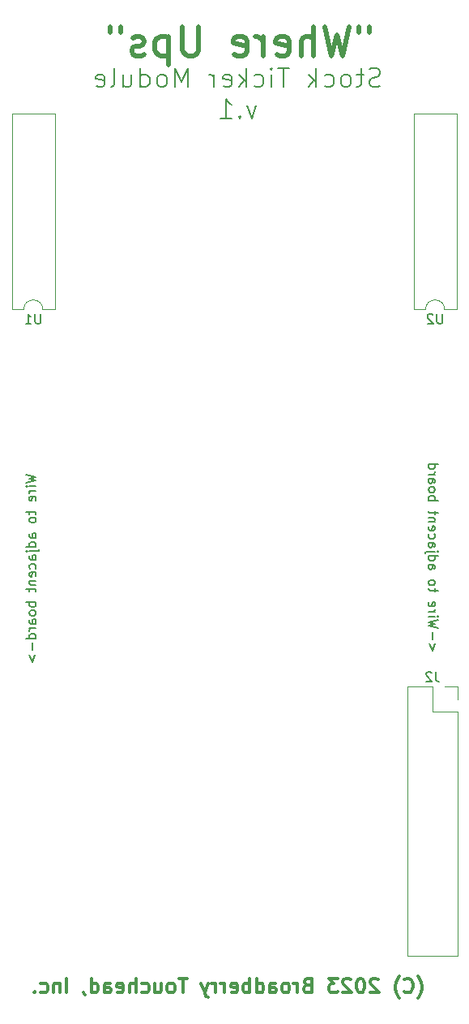
<source format=gbr>
%TF.GenerationSoftware,KiCad,Pcbnew,7.0.1*%
%TF.CreationDate,2023-03-17T17:08:37-04:00*%
%TF.ProjectId,ticker,7469636b-6572-42e6-9b69-6361645f7063,rev?*%
%TF.SameCoordinates,Original*%
%TF.FileFunction,Legend,Bot*%
%TF.FilePolarity,Positive*%
%FSLAX46Y46*%
G04 Gerber Fmt 4.6, Leading zero omitted, Abs format (unit mm)*
G04 Created by KiCad (PCBNEW 7.0.1) date 2023-03-17 17:08:37*
%MOMM*%
%LPD*%
G01*
G04 APERTURE LIST*
%ADD10C,0.150000*%
%ADD11C,0.200000*%
%ADD12C,0.300000*%
%ADD13C,0.500000*%
%ADD14C,0.120000*%
G04 APERTURE END LIST*
D10*
X128077619Y-96542857D02*
X129077619Y-96780952D01*
X129077619Y-96780952D02*
X128363333Y-96971428D01*
X128363333Y-96971428D02*
X129077619Y-97161904D01*
X129077619Y-97161904D02*
X128077619Y-97400000D01*
X129077619Y-97780952D02*
X128410952Y-97780952D01*
X128077619Y-97780952D02*
X128125238Y-97733333D01*
X128125238Y-97733333D02*
X128172857Y-97780952D01*
X128172857Y-97780952D02*
X128125238Y-97828571D01*
X128125238Y-97828571D02*
X128077619Y-97780952D01*
X128077619Y-97780952D02*
X128172857Y-97780952D01*
X129077619Y-98257142D02*
X128410952Y-98257142D01*
X128601428Y-98257142D02*
X128506190Y-98304761D01*
X128506190Y-98304761D02*
X128458571Y-98352380D01*
X128458571Y-98352380D02*
X128410952Y-98447618D01*
X128410952Y-98447618D02*
X128410952Y-98542856D01*
X129030000Y-99257142D02*
X129077619Y-99161904D01*
X129077619Y-99161904D02*
X129077619Y-98971428D01*
X129077619Y-98971428D02*
X129030000Y-98876190D01*
X129030000Y-98876190D02*
X128934761Y-98828571D01*
X128934761Y-98828571D02*
X128553809Y-98828571D01*
X128553809Y-98828571D02*
X128458571Y-98876190D01*
X128458571Y-98876190D02*
X128410952Y-98971428D01*
X128410952Y-98971428D02*
X128410952Y-99161904D01*
X128410952Y-99161904D02*
X128458571Y-99257142D01*
X128458571Y-99257142D02*
X128553809Y-99304761D01*
X128553809Y-99304761D02*
X128649047Y-99304761D01*
X128649047Y-99304761D02*
X128744285Y-98828571D01*
X128410952Y-100352381D02*
X128410952Y-100733333D01*
X128077619Y-100495238D02*
X128934761Y-100495238D01*
X128934761Y-100495238D02*
X129030000Y-100542857D01*
X129030000Y-100542857D02*
X129077619Y-100638095D01*
X129077619Y-100638095D02*
X129077619Y-100733333D01*
X129077619Y-101209524D02*
X129030000Y-101114286D01*
X129030000Y-101114286D02*
X128982380Y-101066667D01*
X128982380Y-101066667D02*
X128887142Y-101019048D01*
X128887142Y-101019048D02*
X128601428Y-101019048D01*
X128601428Y-101019048D02*
X128506190Y-101066667D01*
X128506190Y-101066667D02*
X128458571Y-101114286D01*
X128458571Y-101114286D02*
X128410952Y-101209524D01*
X128410952Y-101209524D02*
X128410952Y-101352381D01*
X128410952Y-101352381D02*
X128458571Y-101447619D01*
X128458571Y-101447619D02*
X128506190Y-101495238D01*
X128506190Y-101495238D02*
X128601428Y-101542857D01*
X128601428Y-101542857D02*
X128887142Y-101542857D01*
X128887142Y-101542857D02*
X128982380Y-101495238D01*
X128982380Y-101495238D02*
X129030000Y-101447619D01*
X129030000Y-101447619D02*
X129077619Y-101352381D01*
X129077619Y-101352381D02*
X129077619Y-101209524D01*
X129077619Y-103161905D02*
X128553809Y-103161905D01*
X128553809Y-103161905D02*
X128458571Y-103114286D01*
X128458571Y-103114286D02*
X128410952Y-103019048D01*
X128410952Y-103019048D02*
X128410952Y-102828572D01*
X128410952Y-102828572D02*
X128458571Y-102733334D01*
X129030000Y-103161905D02*
X129077619Y-103066667D01*
X129077619Y-103066667D02*
X129077619Y-102828572D01*
X129077619Y-102828572D02*
X129030000Y-102733334D01*
X129030000Y-102733334D02*
X128934761Y-102685715D01*
X128934761Y-102685715D02*
X128839523Y-102685715D01*
X128839523Y-102685715D02*
X128744285Y-102733334D01*
X128744285Y-102733334D02*
X128696666Y-102828572D01*
X128696666Y-102828572D02*
X128696666Y-103066667D01*
X128696666Y-103066667D02*
X128649047Y-103161905D01*
X129077619Y-104066667D02*
X128077619Y-104066667D01*
X129030000Y-104066667D02*
X129077619Y-103971429D01*
X129077619Y-103971429D02*
X129077619Y-103780953D01*
X129077619Y-103780953D02*
X129030000Y-103685715D01*
X129030000Y-103685715D02*
X128982380Y-103638096D01*
X128982380Y-103638096D02*
X128887142Y-103590477D01*
X128887142Y-103590477D02*
X128601428Y-103590477D01*
X128601428Y-103590477D02*
X128506190Y-103638096D01*
X128506190Y-103638096D02*
X128458571Y-103685715D01*
X128458571Y-103685715D02*
X128410952Y-103780953D01*
X128410952Y-103780953D02*
X128410952Y-103971429D01*
X128410952Y-103971429D02*
X128458571Y-104066667D01*
X128410952Y-104542858D02*
X129268095Y-104542858D01*
X129268095Y-104542858D02*
X129363333Y-104495239D01*
X129363333Y-104495239D02*
X129410952Y-104400001D01*
X129410952Y-104400001D02*
X129410952Y-104352382D01*
X128077619Y-104542858D02*
X128125238Y-104495239D01*
X128125238Y-104495239D02*
X128172857Y-104542858D01*
X128172857Y-104542858D02*
X128125238Y-104590477D01*
X128125238Y-104590477D02*
X128077619Y-104542858D01*
X128077619Y-104542858D02*
X128172857Y-104542858D01*
X129077619Y-105447619D02*
X128553809Y-105447619D01*
X128553809Y-105447619D02*
X128458571Y-105400000D01*
X128458571Y-105400000D02*
X128410952Y-105304762D01*
X128410952Y-105304762D02*
X128410952Y-105114286D01*
X128410952Y-105114286D02*
X128458571Y-105019048D01*
X129030000Y-105447619D02*
X129077619Y-105352381D01*
X129077619Y-105352381D02*
X129077619Y-105114286D01*
X129077619Y-105114286D02*
X129030000Y-105019048D01*
X129030000Y-105019048D02*
X128934761Y-104971429D01*
X128934761Y-104971429D02*
X128839523Y-104971429D01*
X128839523Y-104971429D02*
X128744285Y-105019048D01*
X128744285Y-105019048D02*
X128696666Y-105114286D01*
X128696666Y-105114286D02*
X128696666Y-105352381D01*
X128696666Y-105352381D02*
X128649047Y-105447619D01*
X129030000Y-106352381D02*
X129077619Y-106257143D01*
X129077619Y-106257143D02*
X129077619Y-106066667D01*
X129077619Y-106066667D02*
X129030000Y-105971429D01*
X129030000Y-105971429D02*
X128982380Y-105923810D01*
X128982380Y-105923810D02*
X128887142Y-105876191D01*
X128887142Y-105876191D02*
X128601428Y-105876191D01*
X128601428Y-105876191D02*
X128506190Y-105923810D01*
X128506190Y-105923810D02*
X128458571Y-105971429D01*
X128458571Y-105971429D02*
X128410952Y-106066667D01*
X128410952Y-106066667D02*
X128410952Y-106257143D01*
X128410952Y-106257143D02*
X128458571Y-106352381D01*
X129030000Y-107161905D02*
X129077619Y-107066667D01*
X129077619Y-107066667D02*
X129077619Y-106876191D01*
X129077619Y-106876191D02*
X129030000Y-106780953D01*
X129030000Y-106780953D02*
X128934761Y-106733334D01*
X128934761Y-106733334D02*
X128553809Y-106733334D01*
X128553809Y-106733334D02*
X128458571Y-106780953D01*
X128458571Y-106780953D02*
X128410952Y-106876191D01*
X128410952Y-106876191D02*
X128410952Y-107066667D01*
X128410952Y-107066667D02*
X128458571Y-107161905D01*
X128458571Y-107161905D02*
X128553809Y-107209524D01*
X128553809Y-107209524D02*
X128649047Y-107209524D01*
X128649047Y-107209524D02*
X128744285Y-106733334D01*
X128410952Y-107638096D02*
X129077619Y-107638096D01*
X128506190Y-107638096D02*
X128458571Y-107685715D01*
X128458571Y-107685715D02*
X128410952Y-107780953D01*
X128410952Y-107780953D02*
X128410952Y-107923810D01*
X128410952Y-107923810D02*
X128458571Y-108019048D01*
X128458571Y-108019048D02*
X128553809Y-108066667D01*
X128553809Y-108066667D02*
X129077619Y-108066667D01*
X128410952Y-108400001D02*
X128410952Y-108780953D01*
X128077619Y-108542858D02*
X128934761Y-108542858D01*
X128934761Y-108542858D02*
X129030000Y-108590477D01*
X129030000Y-108590477D02*
X129077619Y-108685715D01*
X129077619Y-108685715D02*
X129077619Y-108780953D01*
X129077619Y-109876192D02*
X128077619Y-109876192D01*
X128458571Y-109876192D02*
X128410952Y-109971430D01*
X128410952Y-109971430D02*
X128410952Y-110161906D01*
X128410952Y-110161906D02*
X128458571Y-110257144D01*
X128458571Y-110257144D02*
X128506190Y-110304763D01*
X128506190Y-110304763D02*
X128601428Y-110352382D01*
X128601428Y-110352382D02*
X128887142Y-110352382D01*
X128887142Y-110352382D02*
X128982380Y-110304763D01*
X128982380Y-110304763D02*
X129030000Y-110257144D01*
X129030000Y-110257144D02*
X129077619Y-110161906D01*
X129077619Y-110161906D02*
X129077619Y-109971430D01*
X129077619Y-109971430D02*
X129030000Y-109876192D01*
X129077619Y-110923811D02*
X129030000Y-110828573D01*
X129030000Y-110828573D02*
X128982380Y-110780954D01*
X128982380Y-110780954D02*
X128887142Y-110733335D01*
X128887142Y-110733335D02*
X128601428Y-110733335D01*
X128601428Y-110733335D02*
X128506190Y-110780954D01*
X128506190Y-110780954D02*
X128458571Y-110828573D01*
X128458571Y-110828573D02*
X128410952Y-110923811D01*
X128410952Y-110923811D02*
X128410952Y-111066668D01*
X128410952Y-111066668D02*
X128458571Y-111161906D01*
X128458571Y-111161906D02*
X128506190Y-111209525D01*
X128506190Y-111209525D02*
X128601428Y-111257144D01*
X128601428Y-111257144D02*
X128887142Y-111257144D01*
X128887142Y-111257144D02*
X128982380Y-111209525D01*
X128982380Y-111209525D02*
X129030000Y-111161906D01*
X129030000Y-111161906D02*
X129077619Y-111066668D01*
X129077619Y-111066668D02*
X129077619Y-110923811D01*
X129077619Y-112114287D02*
X128553809Y-112114287D01*
X128553809Y-112114287D02*
X128458571Y-112066668D01*
X128458571Y-112066668D02*
X128410952Y-111971430D01*
X128410952Y-111971430D02*
X128410952Y-111780954D01*
X128410952Y-111780954D02*
X128458571Y-111685716D01*
X129030000Y-112114287D02*
X129077619Y-112019049D01*
X129077619Y-112019049D02*
X129077619Y-111780954D01*
X129077619Y-111780954D02*
X129030000Y-111685716D01*
X129030000Y-111685716D02*
X128934761Y-111638097D01*
X128934761Y-111638097D02*
X128839523Y-111638097D01*
X128839523Y-111638097D02*
X128744285Y-111685716D01*
X128744285Y-111685716D02*
X128696666Y-111780954D01*
X128696666Y-111780954D02*
X128696666Y-112019049D01*
X128696666Y-112019049D02*
X128649047Y-112114287D01*
X129077619Y-112590478D02*
X128410952Y-112590478D01*
X128601428Y-112590478D02*
X128506190Y-112638097D01*
X128506190Y-112638097D02*
X128458571Y-112685716D01*
X128458571Y-112685716D02*
X128410952Y-112780954D01*
X128410952Y-112780954D02*
X128410952Y-112876192D01*
X129077619Y-113638097D02*
X128077619Y-113638097D01*
X129030000Y-113638097D02*
X129077619Y-113542859D01*
X129077619Y-113542859D02*
X129077619Y-113352383D01*
X129077619Y-113352383D02*
X129030000Y-113257145D01*
X129030000Y-113257145D02*
X128982380Y-113209526D01*
X128982380Y-113209526D02*
X128887142Y-113161907D01*
X128887142Y-113161907D02*
X128601428Y-113161907D01*
X128601428Y-113161907D02*
X128506190Y-113209526D01*
X128506190Y-113209526D02*
X128458571Y-113257145D01*
X128458571Y-113257145D02*
X128410952Y-113352383D01*
X128410952Y-113352383D02*
X128410952Y-113542859D01*
X128410952Y-113542859D02*
X128458571Y-113638097D01*
X128696666Y-114114288D02*
X128696666Y-114876193D01*
X128410952Y-115352383D02*
X128696666Y-116114288D01*
X128696666Y-116114288D02*
X128982380Y-115352383D01*
X170789047Y-114200000D02*
X170503333Y-114961904D01*
X170503333Y-114961904D02*
X170217619Y-114200000D01*
X170503333Y-113723809D02*
X170503333Y-112961905D01*
X171122380Y-112580952D02*
X170122380Y-112342857D01*
X170122380Y-112342857D02*
X170836666Y-112152381D01*
X170836666Y-112152381D02*
X170122380Y-111961905D01*
X170122380Y-111961905D02*
X171122380Y-111723810D01*
X170122380Y-111342857D02*
X170789047Y-111342857D01*
X171122380Y-111342857D02*
X171074761Y-111390476D01*
X171074761Y-111390476D02*
X171027142Y-111342857D01*
X171027142Y-111342857D02*
X171074761Y-111295238D01*
X171074761Y-111295238D02*
X171122380Y-111342857D01*
X171122380Y-111342857D02*
X171027142Y-111342857D01*
X170122380Y-110866667D02*
X170789047Y-110866667D01*
X170598571Y-110866667D02*
X170693809Y-110819048D01*
X170693809Y-110819048D02*
X170741428Y-110771429D01*
X170741428Y-110771429D02*
X170789047Y-110676191D01*
X170789047Y-110676191D02*
X170789047Y-110580953D01*
X170170000Y-109866667D02*
X170122380Y-109961905D01*
X170122380Y-109961905D02*
X170122380Y-110152381D01*
X170122380Y-110152381D02*
X170170000Y-110247619D01*
X170170000Y-110247619D02*
X170265238Y-110295238D01*
X170265238Y-110295238D02*
X170646190Y-110295238D01*
X170646190Y-110295238D02*
X170741428Y-110247619D01*
X170741428Y-110247619D02*
X170789047Y-110152381D01*
X170789047Y-110152381D02*
X170789047Y-109961905D01*
X170789047Y-109961905D02*
X170741428Y-109866667D01*
X170741428Y-109866667D02*
X170646190Y-109819048D01*
X170646190Y-109819048D02*
X170550952Y-109819048D01*
X170550952Y-109819048D02*
X170455714Y-110295238D01*
X170789047Y-108771428D02*
X170789047Y-108390476D01*
X171122380Y-108628571D02*
X170265238Y-108628571D01*
X170265238Y-108628571D02*
X170170000Y-108580952D01*
X170170000Y-108580952D02*
X170122380Y-108485714D01*
X170122380Y-108485714D02*
X170122380Y-108390476D01*
X170122380Y-107914285D02*
X170170000Y-108009523D01*
X170170000Y-108009523D02*
X170217619Y-108057142D01*
X170217619Y-108057142D02*
X170312857Y-108104761D01*
X170312857Y-108104761D02*
X170598571Y-108104761D01*
X170598571Y-108104761D02*
X170693809Y-108057142D01*
X170693809Y-108057142D02*
X170741428Y-108009523D01*
X170741428Y-108009523D02*
X170789047Y-107914285D01*
X170789047Y-107914285D02*
X170789047Y-107771428D01*
X170789047Y-107771428D02*
X170741428Y-107676190D01*
X170741428Y-107676190D02*
X170693809Y-107628571D01*
X170693809Y-107628571D02*
X170598571Y-107580952D01*
X170598571Y-107580952D02*
X170312857Y-107580952D01*
X170312857Y-107580952D02*
X170217619Y-107628571D01*
X170217619Y-107628571D02*
X170170000Y-107676190D01*
X170170000Y-107676190D02*
X170122380Y-107771428D01*
X170122380Y-107771428D02*
X170122380Y-107914285D01*
X170122380Y-105961904D02*
X170646190Y-105961904D01*
X170646190Y-105961904D02*
X170741428Y-106009523D01*
X170741428Y-106009523D02*
X170789047Y-106104761D01*
X170789047Y-106104761D02*
X170789047Y-106295237D01*
X170789047Y-106295237D02*
X170741428Y-106390475D01*
X170170000Y-105961904D02*
X170122380Y-106057142D01*
X170122380Y-106057142D02*
X170122380Y-106295237D01*
X170122380Y-106295237D02*
X170170000Y-106390475D01*
X170170000Y-106390475D02*
X170265238Y-106438094D01*
X170265238Y-106438094D02*
X170360476Y-106438094D01*
X170360476Y-106438094D02*
X170455714Y-106390475D01*
X170455714Y-106390475D02*
X170503333Y-106295237D01*
X170503333Y-106295237D02*
X170503333Y-106057142D01*
X170503333Y-106057142D02*
X170550952Y-105961904D01*
X170122380Y-105057142D02*
X171122380Y-105057142D01*
X170170000Y-105057142D02*
X170122380Y-105152380D01*
X170122380Y-105152380D02*
X170122380Y-105342856D01*
X170122380Y-105342856D02*
X170170000Y-105438094D01*
X170170000Y-105438094D02*
X170217619Y-105485713D01*
X170217619Y-105485713D02*
X170312857Y-105533332D01*
X170312857Y-105533332D02*
X170598571Y-105533332D01*
X170598571Y-105533332D02*
X170693809Y-105485713D01*
X170693809Y-105485713D02*
X170741428Y-105438094D01*
X170741428Y-105438094D02*
X170789047Y-105342856D01*
X170789047Y-105342856D02*
X170789047Y-105152380D01*
X170789047Y-105152380D02*
X170741428Y-105057142D01*
X170789047Y-104580951D02*
X169931904Y-104580951D01*
X169931904Y-104580951D02*
X169836666Y-104628570D01*
X169836666Y-104628570D02*
X169789047Y-104723808D01*
X169789047Y-104723808D02*
X169789047Y-104771427D01*
X171122380Y-104580951D02*
X171074761Y-104628570D01*
X171074761Y-104628570D02*
X171027142Y-104580951D01*
X171027142Y-104580951D02*
X171074761Y-104533332D01*
X171074761Y-104533332D02*
X171122380Y-104580951D01*
X171122380Y-104580951D02*
X171027142Y-104580951D01*
X170122380Y-103676190D02*
X170646190Y-103676190D01*
X170646190Y-103676190D02*
X170741428Y-103723809D01*
X170741428Y-103723809D02*
X170789047Y-103819047D01*
X170789047Y-103819047D02*
X170789047Y-104009523D01*
X170789047Y-104009523D02*
X170741428Y-104104761D01*
X170170000Y-103676190D02*
X170122380Y-103771428D01*
X170122380Y-103771428D02*
X170122380Y-104009523D01*
X170122380Y-104009523D02*
X170170000Y-104104761D01*
X170170000Y-104104761D02*
X170265238Y-104152380D01*
X170265238Y-104152380D02*
X170360476Y-104152380D01*
X170360476Y-104152380D02*
X170455714Y-104104761D01*
X170455714Y-104104761D02*
X170503333Y-104009523D01*
X170503333Y-104009523D02*
X170503333Y-103771428D01*
X170503333Y-103771428D02*
X170550952Y-103676190D01*
X170170000Y-102771428D02*
X170122380Y-102866666D01*
X170122380Y-102866666D02*
X170122380Y-103057142D01*
X170122380Y-103057142D02*
X170170000Y-103152380D01*
X170170000Y-103152380D02*
X170217619Y-103199999D01*
X170217619Y-103199999D02*
X170312857Y-103247618D01*
X170312857Y-103247618D02*
X170598571Y-103247618D01*
X170598571Y-103247618D02*
X170693809Y-103199999D01*
X170693809Y-103199999D02*
X170741428Y-103152380D01*
X170741428Y-103152380D02*
X170789047Y-103057142D01*
X170789047Y-103057142D02*
X170789047Y-102866666D01*
X170789047Y-102866666D02*
X170741428Y-102771428D01*
X170170000Y-101961904D02*
X170122380Y-102057142D01*
X170122380Y-102057142D02*
X170122380Y-102247618D01*
X170122380Y-102247618D02*
X170170000Y-102342856D01*
X170170000Y-102342856D02*
X170265238Y-102390475D01*
X170265238Y-102390475D02*
X170646190Y-102390475D01*
X170646190Y-102390475D02*
X170741428Y-102342856D01*
X170741428Y-102342856D02*
X170789047Y-102247618D01*
X170789047Y-102247618D02*
X170789047Y-102057142D01*
X170789047Y-102057142D02*
X170741428Y-101961904D01*
X170741428Y-101961904D02*
X170646190Y-101914285D01*
X170646190Y-101914285D02*
X170550952Y-101914285D01*
X170550952Y-101914285D02*
X170455714Y-102390475D01*
X170789047Y-101485713D02*
X170122380Y-101485713D01*
X170693809Y-101485713D02*
X170741428Y-101438094D01*
X170741428Y-101438094D02*
X170789047Y-101342856D01*
X170789047Y-101342856D02*
X170789047Y-101199999D01*
X170789047Y-101199999D02*
X170741428Y-101104761D01*
X170741428Y-101104761D02*
X170646190Y-101057142D01*
X170646190Y-101057142D02*
X170122380Y-101057142D01*
X170789047Y-100723808D02*
X170789047Y-100342856D01*
X171122380Y-100580951D02*
X170265238Y-100580951D01*
X170265238Y-100580951D02*
X170170000Y-100533332D01*
X170170000Y-100533332D02*
X170122380Y-100438094D01*
X170122380Y-100438094D02*
X170122380Y-100342856D01*
X170122380Y-99247617D02*
X171122380Y-99247617D01*
X170741428Y-99247617D02*
X170789047Y-99152379D01*
X170789047Y-99152379D02*
X170789047Y-98961903D01*
X170789047Y-98961903D02*
X170741428Y-98866665D01*
X170741428Y-98866665D02*
X170693809Y-98819046D01*
X170693809Y-98819046D02*
X170598571Y-98771427D01*
X170598571Y-98771427D02*
X170312857Y-98771427D01*
X170312857Y-98771427D02*
X170217619Y-98819046D01*
X170217619Y-98819046D02*
X170170000Y-98866665D01*
X170170000Y-98866665D02*
X170122380Y-98961903D01*
X170122380Y-98961903D02*
X170122380Y-99152379D01*
X170122380Y-99152379D02*
X170170000Y-99247617D01*
X170122380Y-98199998D02*
X170170000Y-98295236D01*
X170170000Y-98295236D02*
X170217619Y-98342855D01*
X170217619Y-98342855D02*
X170312857Y-98390474D01*
X170312857Y-98390474D02*
X170598571Y-98390474D01*
X170598571Y-98390474D02*
X170693809Y-98342855D01*
X170693809Y-98342855D02*
X170741428Y-98295236D01*
X170741428Y-98295236D02*
X170789047Y-98199998D01*
X170789047Y-98199998D02*
X170789047Y-98057141D01*
X170789047Y-98057141D02*
X170741428Y-97961903D01*
X170741428Y-97961903D02*
X170693809Y-97914284D01*
X170693809Y-97914284D02*
X170598571Y-97866665D01*
X170598571Y-97866665D02*
X170312857Y-97866665D01*
X170312857Y-97866665D02*
X170217619Y-97914284D01*
X170217619Y-97914284D02*
X170170000Y-97961903D01*
X170170000Y-97961903D02*
X170122380Y-98057141D01*
X170122380Y-98057141D02*
X170122380Y-98199998D01*
X170122380Y-97009522D02*
X170646190Y-97009522D01*
X170646190Y-97009522D02*
X170741428Y-97057141D01*
X170741428Y-97057141D02*
X170789047Y-97152379D01*
X170789047Y-97152379D02*
X170789047Y-97342855D01*
X170789047Y-97342855D02*
X170741428Y-97438093D01*
X170170000Y-97009522D02*
X170122380Y-97104760D01*
X170122380Y-97104760D02*
X170122380Y-97342855D01*
X170122380Y-97342855D02*
X170170000Y-97438093D01*
X170170000Y-97438093D02*
X170265238Y-97485712D01*
X170265238Y-97485712D02*
X170360476Y-97485712D01*
X170360476Y-97485712D02*
X170455714Y-97438093D01*
X170455714Y-97438093D02*
X170503333Y-97342855D01*
X170503333Y-97342855D02*
X170503333Y-97104760D01*
X170503333Y-97104760D02*
X170550952Y-97009522D01*
X170122380Y-96533331D02*
X170789047Y-96533331D01*
X170598571Y-96533331D02*
X170693809Y-96485712D01*
X170693809Y-96485712D02*
X170741428Y-96438093D01*
X170741428Y-96438093D02*
X170789047Y-96342855D01*
X170789047Y-96342855D02*
X170789047Y-96247617D01*
X170122380Y-95485712D02*
X171122380Y-95485712D01*
X170170000Y-95485712D02*
X170122380Y-95580950D01*
X170122380Y-95580950D02*
X170122380Y-95771426D01*
X170122380Y-95771426D02*
X170170000Y-95866664D01*
X170170000Y-95866664D02*
X170217619Y-95914283D01*
X170217619Y-95914283D02*
X170312857Y-95961902D01*
X170312857Y-95961902D02*
X170598571Y-95961902D01*
X170598571Y-95961902D02*
X170693809Y-95914283D01*
X170693809Y-95914283D02*
X170741428Y-95866664D01*
X170741428Y-95866664D02*
X170789047Y-95771426D01*
X170789047Y-95771426D02*
X170789047Y-95580950D01*
X170789047Y-95580950D02*
X170741428Y-95485712D01*
D11*
X165057144Y-56020000D02*
X164771430Y-56115238D01*
X164771430Y-56115238D02*
X164295239Y-56115238D01*
X164295239Y-56115238D02*
X164104763Y-56020000D01*
X164104763Y-56020000D02*
X164009525Y-55924761D01*
X164009525Y-55924761D02*
X163914287Y-55734285D01*
X163914287Y-55734285D02*
X163914287Y-55543809D01*
X163914287Y-55543809D02*
X164009525Y-55353333D01*
X164009525Y-55353333D02*
X164104763Y-55258095D01*
X164104763Y-55258095D02*
X164295239Y-55162857D01*
X164295239Y-55162857D02*
X164676192Y-55067619D01*
X164676192Y-55067619D02*
X164866668Y-54972380D01*
X164866668Y-54972380D02*
X164961906Y-54877142D01*
X164961906Y-54877142D02*
X165057144Y-54686666D01*
X165057144Y-54686666D02*
X165057144Y-54496190D01*
X165057144Y-54496190D02*
X164961906Y-54305714D01*
X164961906Y-54305714D02*
X164866668Y-54210476D01*
X164866668Y-54210476D02*
X164676192Y-54115238D01*
X164676192Y-54115238D02*
X164200001Y-54115238D01*
X164200001Y-54115238D02*
X163914287Y-54210476D01*
X163342858Y-54781904D02*
X162580954Y-54781904D01*
X163057144Y-54115238D02*
X163057144Y-55829523D01*
X163057144Y-55829523D02*
X162961906Y-56020000D01*
X162961906Y-56020000D02*
X162771430Y-56115238D01*
X162771430Y-56115238D02*
X162580954Y-56115238D01*
X161628573Y-56115238D02*
X161819049Y-56020000D01*
X161819049Y-56020000D02*
X161914287Y-55924761D01*
X161914287Y-55924761D02*
X162009525Y-55734285D01*
X162009525Y-55734285D02*
X162009525Y-55162857D01*
X162009525Y-55162857D02*
X161914287Y-54972380D01*
X161914287Y-54972380D02*
X161819049Y-54877142D01*
X161819049Y-54877142D02*
X161628573Y-54781904D01*
X161628573Y-54781904D02*
X161342858Y-54781904D01*
X161342858Y-54781904D02*
X161152382Y-54877142D01*
X161152382Y-54877142D02*
X161057144Y-54972380D01*
X161057144Y-54972380D02*
X160961906Y-55162857D01*
X160961906Y-55162857D02*
X160961906Y-55734285D01*
X160961906Y-55734285D02*
X161057144Y-55924761D01*
X161057144Y-55924761D02*
X161152382Y-56020000D01*
X161152382Y-56020000D02*
X161342858Y-56115238D01*
X161342858Y-56115238D02*
X161628573Y-56115238D01*
X159247620Y-56020000D02*
X159438096Y-56115238D01*
X159438096Y-56115238D02*
X159819049Y-56115238D01*
X159819049Y-56115238D02*
X160009525Y-56020000D01*
X160009525Y-56020000D02*
X160104763Y-55924761D01*
X160104763Y-55924761D02*
X160200001Y-55734285D01*
X160200001Y-55734285D02*
X160200001Y-55162857D01*
X160200001Y-55162857D02*
X160104763Y-54972380D01*
X160104763Y-54972380D02*
X160009525Y-54877142D01*
X160009525Y-54877142D02*
X159819049Y-54781904D01*
X159819049Y-54781904D02*
X159438096Y-54781904D01*
X159438096Y-54781904D02*
X159247620Y-54877142D01*
X158390477Y-56115238D02*
X158390477Y-54115238D01*
X158200001Y-55353333D02*
X157628572Y-56115238D01*
X157628572Y-54781904D02*
X158390477Y-55543809D01*
X155533333Y-54115238D02*
X154390476Y-54115238D01*
X154961905Y-56115238D02*
X154961905Y-54115238D01*
X153723809Y-56115238D02*
X153723809Y-54781904D01*
X153723809Y-54115238D02*
X153819047Y-54210476D01*
X153819047Y-54210476D02*
X153723809Y-54305714D01*
X153723809Y-54305714D02*
X153628571Y-54210476D01*
X153628571Y-54210476D02*
X153723809Y-54115238D01*
X153723809Y-54115238D02*
X153723809Y-54305714D01*
X151914285Y-56020000D02*
X152104761Y-56115238D01*
X152104761Y-56115238D02*
X152485714Y-56115238D01*
X152485714Y-56115238D02*
X152676190Y-56020000D01*
X152676190Y-56020000D02*
X152771428Y-55924761D01*
X152771428Y-55924761D02*
X152866666Y-55734285D01*
X152866666Y-55734285D02*
X152866666Y-55162857D01*
X152866666Y-55162857D02*
X152771428Y-54972380D01*
X152771428Y-54972380D02*
X152676190Y-54877142D01*
X152676190Y-54877142D02*
X152485714Y-54781904D01*
X152485714Y-54781904D02*
X152104761Y-54781904D01*
X152104761Y-54781904D02*
X151914285Y-54877142D01*
X151057142Y-56115238D02*
X151057142Y-54115238D01*
X150866666Y-55353333D02*
X150295237Y-56115238D01*
X150295237Y-54781904D02*
X151057142Y-55543809D01*
X148676189Y-56020000D02*
X148866665Y-56115238D01*
X148866665Y-56115238D02*
X149247618Y-56115238D01*
X149247618Y-56115238D02*
X149438094Y-56020000D01*
X149438094Y-56020000D02*
X149533332Y-55829523D01*
X149533332Y-55829523D02*
X149533332Y-55067619D01*
X149533332Y-55067619D02*
X149438094Y-54877142D01*
X149438094Y-54877142D02*
X149247618Y-54781904D01*
X149247618Y-54781904D02*
X148866665Y-54781904D01*
X148866665Y-54781904D02*
X148676189Y-54877142D01*
X148676189Y-54877142D02*
X148580951Y-55067619D01*
X148580951Y-55067619D02*
X148580951Y-55258095D01*
X148580951Y-55258095D02*
X149533332Y-55448571D01*
X147723808Y-56115238D02*
X147723808Y-54781904D01*
X147723808Y-55162857D02*
X147628570Y-54972380D01*
X147628570Y-54972380D02*
X147533332Y-54877142D01*
X147533332Y-54877142D02*
X147342856Y-54781904D01*
X147342856Y-54781904D02*
X147152379Y-54781904D01*
X144961903Y-56115238D02*
X144961903Y-54115238D01*
X144961903Y-54115238D02*
X144295236Y-55543809D01*
X144295236Y-55543809D02*
X143628570Y-54115238D01*
X143628570Y-54115238D02*
X143628570Y-56115238D01*
X142390475Y-56115238D02*
X142580951Y-56020000D01*
X142580951Y-56020000D02*
X142676189Y-55924761D01*
X142676189Y-55924761D02*
X142771427Y-55734285D01*
X142771427Y-55734285D02*
X142771427Y-55162857D01*
X142771427Y-55162857D02*
X142676189Y-54972380D01*
X142676189Y-54972380D02*
X142580951Y-54877142D01*
X142580951Y-54877142D02*
X142390475Y-54781904D01*
X142390475Y-54781904D02*
X142104760Y-54781904D01*
X142104760Y-54781904D02*
X141914284Y-54877142D01*
X141914284Y-54877142D02*
X141819046Y-54972380D01*
X141819046Y-54972380D02*
X141723808Y-55162857D01*
X141723808Y-55162857D02*
X141723808Y-55734285D01*
X141723808Y-55734285D02*
X141819046Y-55924761D01*
X141819046Y-55924761D02*
X141914284Y-56020000D01*
X141914284Y-56020000D02*
X142104760Y-56115238D01*
X142104760Y-56115238D02*
X142390475Y-56115238D01*
X140009522Y-56115238D02*
X140009522Y-54115238D01*
X140009522Y-56020000D02*
X140199998Y-56115238D01*
X140199998Y-56115238D02*
X140580951Y-56115238D01*
X140580951Y-56115238D02*
X140771427Y-56020000D01*
X140771427Y-56020000D02*
X140866665Y-55924761D01*
X140866665Y-55924761D02*
X140961903Y-55734285D01*
X140961903Y-55734285D02*
X140961903Y-55162857D01*
X140961903Y-55162857D02*
X140866665Y-54972380D01*
X140866665Y-54972380D02*
X140771427Y-54877142D01*
X140771427Y-54877142D02*
X140580951Y-54781904D01*
X140580951Y-54781904D02*
X140199998Y-54781904D01*
X140199998Y-54781904D02*
X140009522Y-54877142D01*
X138199998Y-54781904D02*
X138199998Y-56115238D01*
X139057141Y-54781904D02*
X139057141Y-55829523D01*
X139057141Y-55829523D02*
X138961903Y-56020000D01*
X138961903Y-56020000D02*
X138771427Y-56115238D01*
X138771427Y-56115238D02*
X138485712Y-56115238D01*
X138485712Y-56115238D02*
X138295236Y-56020000D01*
X138295236Y-56020000D02*
X138199998Y-55924761D01*
X136961903Y-56115238D02*
X137152379Y-56020000D01*
X137152379Y-56020000D02*
X137247617Y-55829523D01*
X137247617Y-55829523D02*
X137247617Y-54115238D01*
X135438093Y-56020000D02*
X135628569Y-56115238D01*
X135628569Y-56115238D02*
X136009522Y-56115238D01*
X136009522Y-56115238D02*
X136199998Y-56020000D01*
X136199998Y-56020000D02*
X136295236Y-55829523D01*
X136295236Y-55829523D02*
X136295236Y-55067619D01*
X136295236Y-55067619D02*
X136199998Y-54877142D01*
X136199998Y-54877142D02*
X136009522Y-54781904D01*
X136009522Y-54781904D02*
X135628569Y-54781904D01*
X135628569Y-54781904D02*
X135438093Y-54877142D01*
X135438093Y-54877142D02*
X135342855Y-55067619D01*
X135342855Y-55067619D02*
X135342855Y-55258095D01*
X135342855Y-55258095D02*
X136295236Y-55448571D01*
X152104761Y-58021904D02*
X151628571Y-59355238D01*
X151628571Y-59355238D02*
X151152380Y-58021904D01*
X150390475Y-59164761D02*
X150295237Y-59260000D01*
X150295237Y-59260000D02*
X150390475Y-59355238D01*
X150390475Y-59355238D02*
X150485713Y-59260000D01*
X150485713Y-59260000D02*
X150390475Y-59164761D01*
X150390475Y-59164761D02*
X150390475Y-59355238D01*
X148390475Y-59355238D02*
X149533332Y-59355238D01*
X148961904Y-59355238D02*
X148961904Y-57355238D01*
X148961904Y-57355238D02*
X149152380Y-57640952D01*
X149152380Y-57640952D02*
X149342856Y-57831428D01*
X149342856Y-57831428D02*
X149533332Y-57926666D01*
D12*
X169014285Y-151187857D02*
X169085714Y-151116428D01*
X169085714Y-151116428D02*
X169228571Y-150902142D01*
X169228571Y-150902142D02*
X169300000Y-150759285D01*
X169300000Y-150759285D02*
X169371428Y-150545000D01*
X169371428Y-150545000D02*
X169442857Y-150187857D01*
X169442857Y-150187857D02*
X169442857Y-149902142D01*
X169442857Y-149902142D02*
X169371428Y-149545000D01*
X169371428Y-149545000D02*
X169300000Y-149330714D01*
X169300000Y-149330714D02*
X169228571Y-149187857D01*
X169228571Y-149187857D02*
X169085714Y-148973571D01*
X169085714Y-148973571D02*
X169014285Y-148902142D01*
X167585714Y-150473571D02*
X167657142Y-150545000D01*
X167657142Y-150545000D02*
X167871428Y-150616428D01*
X167871428Y-150616428D02*
X168014285Y-150616428D01*
X168014285Y-150616428D02*
X168228571Y-150545000D01*
X168228571Y-150545000D02*
X168371428Y-150402142D01*
X168371428Y-150402142D02*
X168442857Y-150259285D01*
X168442857Y-150259285D02*
X168514285Y-149973571D01*
X168514285Y-149973571D02*
X168514285Y-149759285D01*
X168514285Y-149759285D02*
X168442857Y-149473571D01*
X168442857Y-149473571D02*
X168371428Y-149330714D01*
X168371428Y-149330714D02*
X168228571Y-149187857D01*
X168228571Y-149187857D02*
X168014285Y-149116428D01*
X168014285Y-149116428D02*
X167871428Y-149116428D01*
X167871428Y-149116428D02*
X167657142Y-149187857D01*
X167657142Y-149187857D02*
X167585714Y-149259285D01*
X167085714Y-151187857D02*
X167014285Y-151116428D01*
X167014285Y-151116428D02*
X166871428Y-150902142D01*
X166871428Y-150902142D02*
X166800000Y-150759285D01*
X166800000Y-150759285D02*
X166728571Y-150545000D01*
X166728571Y-150545000D02*
X166657142Y-150187857D01*
X166657142Y-150187857D02*
X166657142Y-149902142D01*
X166657142Y-149902142D02*
X166728571Y-149545000D01*
X166728571Y-149545000D02*
X166800000Y-149330714D01*
X166800000Y-149330714D02*
X166871428Y-149187857D01*
X166871428Y-149187857D02*
X167014285Y-148973571D01*
X167014285Y-148973571D02*
X167085714Y-148902142D01*
X164871428Y-149259285D02*
X164800000Y-149187857D01*
X164800000Y-149187857D02*
X164657143Y-149116428D01*
X164657143Y-149116428D02*
X164300000Y-149116428D01*
X164300000Y-149116428D02*
X164157143Y-149187857D01*
X164157143Y-149187857D02*
X164085714Y-149259285D01*
X164085714Y-149259285D02*
X164014285Y-149402142D01*
X164014285Y-149402142D02*
X164014285Y-149545000D01*
X164014285Y-149545000D02*
X164085714Y-149759285D01*
X164085714Y-149759285D02*
X164942857Y-150616428D01*
X164942857Y-150616428D02*
X164014285Y-150616428D01*
X163085714Y-149116428D02*
X162942857Y-149116428D01*
X162942857Y-149116428D02*
X162800000Y-149187857D01*
X162800000Y-149187857D02*
X162728572Y-149259285D01*
X162728572Y-149259285D02*
X162657143Y-149402142D01*
X162657143Y-149402142D02*
X162585714Y-149687857D01*
X162585714Y-149687857D02*
X162585714Y-150045000D01*
X162585714Y-150045000D02*
X162657143Y-150330714D01*
X162657143Y-150330714D02*
X162728572Y-150473571D01*
X162728572Y-150473571D02*
X162800000Y-150545000D01*
X162800000Y-150545000D02*
X162942857Y-150616428D01*
X162942857Y-150616428D02*
X163085714Y-150616428D01*
X163085714Y-150616428D02*
X163228572Y-150545000D01*
X163228572Y-150545000D02*
X163300000Y-150473571D01*
X163300000Y-150473571D02*
X163371429Y-150330714D01*
X163371429Y-150330714D02*
X163442857Y-150045000D01*
X163442857Y-150045000D02*
X163442857Y-149687857D01*
X163442857Y-149687857D02*
X163371429Y-149402142D01*
X163371429Y-149402142D02*
X163300000Y-149259285D01*
X163300000Y-149259285D02*
X163228572Y-149187857D01*
X163228572Y-149187857D02*
X163085714Y-149116428D01*
X162014286Y-149259285D02*
X161942858Y-149187857D01*
X161942858Y-149187857D02*
X161800001Y-149116428D01*
X161800001Y-149116428D02*
X161442858Y-149116428D01*
X161442858Y-149116428D02*
X161300001Y-149187857D01*
X161300001Y-149187857D02*
X161228572Y-149259285D01*
X161228572Y-149259285D02*
X161157143Y-149402142D01*
X161157143Y-149402142D02*
X161157143Y-149545000D01*
X161157143Y-149545000D02*
X161228572Y-149759285D01*
X161228572Y-149759285D02*
X162085715Y-150616428D01*
X162085715Y-150616428D02*
X161157143Y-150616428D01*
X160657144Y-149116428D02*
X159728572Y-149116428D01*
X159728572Y-149116428D02*
X160228572Y-149687857D01*
X160228572Y-149687857D02*
X160014287Y-149687857D01*
X160014287Y-149687857D02*
X159871430Y-149759285D01*
X159871430Y-149759285D02*
X159800001Y-149830714D01*
X159800001Y-149830714D02*
X159728572Y-149973571D01*
X159728572Y-149973571D02*
X159728572Y-150330714D01*
X159728572Y-150330714D02*
X159800001Y-150473571D01*
X159800001Y-150473571D02*
X159871430Y-150545000D01*
X159871430Y-150545000D02*
X160014287Y-150616428D01*
X160014287Y-150616428D02*
X160442858Y-150616428D01*
X160442858Y-150616428D02*
X160585715Y-150545000D01*
X160585715Y-150545000D02*
X160657144Y-150473571D01*
X157442859Y-149830714D02*
X157228573Y-149902142D01*
X157228573Y-149902142D02*
X157157144Y-149973571D01*
X157157144Y-149973571D02*
X157085716Y-150116428D01*
X157085716Y-150116428D02*
X157085716Y-150330714D01*
X157085716Y-150330714D02*
X157157144Y-150473571D01*
X157157144Y-150473571D02*
X157228573Y-150545000D01*
X157228573Y-150545000D02*
X157371430Y-150616428D01*
X157371430Y-150616428D02*
X157942859Y-150616428D01*
X157942859Y-150616428D02*
X157942859Y-149116428D01*
X157942859Y-149116428D02*
X157442859Y-149116428D01*
X157442859Y-149116428D02*
X157300002Y-149187857D01*
X157300002Y-149187857D02*
X157228573Y-149259285D01*
X157228573Y-149259285D02*
X157157144Y-149402142D01*
X157157144Y-149402142D02*
X157157144Y-149545000D01*
X157157144Y-149545000D02*
X157228573Y-149687857D01*
X157228573Y-149687857D02*
X157300002Y-149759285D01*
X157300002Y-149759285D02*
X157442859Y-149830714D01*
X157442859Y-149830714D02*
X157942859Y-149830714D01*
X156442859Y-150616428D02*
X156442859Y-149616428D01*
X156442859Y-149902142D02*
X156371430Y-149759285D01*
X156371430Y-149759285D02*
X156300002Y-149687857D01*
X156300002Y-149687857D02*
X156157144Y-149616428D01*
X156157144Y-149616428D02*
X156014287Y-149616428D01*
X155300002Y-150616428D02*
X155442859Y-150545000D01*
X155442859Y-150545000D02*
X155514288Y-150473571D01*
X155514288Y-150473571D02*
X155585716Y-150330714D01*
X155585716Y-150330714D02*
X155585716Y-149902142D01*
X155585716Y-149902142D02*
X155514288Y-149759285D01*
X155514288Y-149759285D02*
X155442859Y-149687857D01*
X155442859Y-149687857D02*
X155300002Y-149616428D01*
X155300002Y-149616428D02*
X155085716Y-149616428D01*
X155085716Y-149616428D02*
X154942859Y-149687857D01*
X154942859Y-149687857D02*
X154871431Y-149759285D01*
X154871431Y-149759285D02*
X154800002Y-149902142D01*
X154800002Y-149902142D02*
X154800002Y-150330714D01*
X154800002Y-150330714D02*
X154871431Y-150473571D01*
X154871431Y-150473571D02*
X154942859Y-150545000D01*
X154942859Y-150545000D02*
X155085716Y-150616428D01*
X155085716Y-150616428D02*
X155300002Y-150616428D01*
X153514288Y-150616428D02*
X153514288Y-149830714D01*
X153514288Y-149830714D02*
X153585716Y-149687857D01*
X153585716Y-149687857D02*
X153728573Y-149616428D01*
X153728573Y-149616428D02*
X154014288Y-149616428D01*
X154014288Y-149616428D02*
X154157145Y-149687857D01*
X153514288Y-150545000D02*
X153657145Y-150616428D01*
X153657145Y-150616428D02*
X154014288Y-150616428D01*
X154014288Y-150616428D02*
X154157145Y-150545000D01*
X154157145Y-150545000D02*
X154228573Y-150402142D01*
X154228573Y-150402142D02*
X154228573Y-150259285D01*
X154228573Y-150259285D02*
X154157145Y-150116428D01*
X154157145Y-150116428D02*
X154014288Y-150045000D01*
X154014288Y-150045000D02*
X153657145Y-150045000D01*
X153657145Y-150045000D02*
X153514288Y-149973571D01*
X152157145Y-150616428D02*
X152157145Y-149116428D01*
X152157145Y-150545000D02*
X152300002Y-150616428D01*
X152300002Y-150616428D02*
X152585716Y-150616428D01*
X152585716Y-150616428D02*
X152728573Y-150545000D01*
X152728573Y-150545000D02*
X152800002Y-150473571D01*
X152800002Y-150473571D02*
X152871430Y-150330714D01*
X152871430Y-150330714D02*
X152871430Y-149902142D01*
X152871430Y-149902142D02*
X152800002Y-149759285D01*
X152800002Y-149759285D02*
X152728573Y-149687857D01*
X152728573Y-149687857D02*
X152585716Y-149616428D01*
X152585716Y-149616428D02*
X152300002Y-149616428D01*
X152300002Y-149616428D02*
X152157145Y-149687857D01*
X151442859Y-150616428D02*
X151442859Y-149116428D01*
X151442859Y-149687857D02*
X151300002Y-149616428D01*
X151300002Y-149616428D02*
X151014287Y-149616428D01*
X151014287Y-149616428D02*
X150871430Y-149687857D01*
X150871430Y-149687857D02*
X150800002Y-149759285D01*
X150800002Y-149759285D02*
X150728573Y-149902142D01*
X150728573Y-149902142D02*
X150728573Y-150330714D01*
X150728573Y-150330714D02*
X150800002Y-150473571D01*
X150800002Y-150473571D02*
X150871430Y-150545000D01*
X150871430Y-150545000D02*
X151014287Y-150616428D01*
X151014287Y-150616428D02*
X151300002Y-150616428D01*
X151300002Y-150616428D02*
X151442859Y-150545000D01*
X149514287Y-150545000D02*
X149657144Y-150616428D01*
X149657144Y-150616428D02*
X149942859Y-150616428D01*
X149942859Y-150616428D02*
X150085716Y-150545000D01*
X150085716Y-150545000D02*
X150157144Y-150402142D01*
X150157144Y-150402142D02*
X150157144Y-149830714D01*
X150157144Y-149830714D02*
X150085716Y-149687857D01*
X150085716Y-149687857D02*
X149942859Y-149616428D01*
X149942859Y-149616428D02*
X149657144Y-149616428D01*
X149657144Y-149616428D02*
X149514287Y-149687857D01*
X149514287Y-149687857D02*
X149442859Y-149830714D01*
X149442859Y-149830714D02*
X149442859Y-149973571D01*
X149442859Y-149973571D02*
X150157144Y-150116428D01*
X148800002Y-150616428D02*
X148800002Y-149616428D01*
X148800002Y-149902142D02*
X148728573Y-149759285D01*
X148728573Y-149759285D02*
X148657145Y-149687857D01*
X148657145Y-149687857D02*
X148514287Y-149616428D01*
X148514287Y-149616428D02*
X148371430Y-149616428D01*
X147871431Y-150616428D02*
X147871431Y-149616428D01*
X147871431Y-149902142D02*
X147800002Y-149759285D01*
X147800002Y-149759285D02*
X147728574Y-149687857D01*
X147728574Y-149687857D02*
X147585716Y-149616428D01*
X147585716Y-149616428D02*
X147442859Y-149616428D01*
X147085717Y-149616428D02*
X146728574Y-150616428D01*
X146371431Y-149616428D02*
X146728574Y-150616428D01*
X146728574Y-150616428D02*
X146871431Y-150973571D01*
X146871431Y-150973571D02*
X146942860Y-151045000D01*
X146942860Y-151045000D02*
X147085717Y-151116428D01*
X144871431Y-149116428D02*
X144014289Y-149116428D01*
X144442860Y-150616428D02*
X144442860Y-149116428D01*
X143300003Y-150616428D02*
X143442860Y-150545000D01*
X143442860Y-150545000D02*
X143514289Y-150473571D01*
X143514289Y-150473571D02*
X143585717Y-150330714D01*
X143585717Y-150330714D02*
X143585717Y-149902142D01*
X143585717Y-149902142D02*
X143514289Y-149759285D01*
X143514289Y-149759285D02*
X143442860Y-149687857D01*
X143442860Y-149687857D02*
X143300003Y-149616428D01*
X143300003Y-149616428D02*
X143085717Y-149616428D01*
X143085717Y-149616428D02*
X142942860Y-149687857D01*
X142942860Y-149687857D02*
X142871432Y-149759285D01*
X142871432Y-149759285D02*
X142800003Y-149902142D01*
X142800003Y-149902142D02*
X142800003Y-150330714D01*
X142800003Y-150330714D02*
X142871432Y-150473571D01*
X142871432Y-150473571D02*
X142942860Y-150545000D01*
X142942860Y-150545000D02*
X143085717Y-150616428D01*
X143085717Y-150616428D02*
X143300003Y-150616428D01*
X141514289Y-149616428D02*
X141514289Y-150616428D01*
X142157146Y-149616428D02*
X142157146Y-150402142D01*
X142157146Y-150402142D02*
X142085717Y-150545000D01*
X142085717Y-150545000D02*
X141942860Y-150616428D01*
X141942860Y-150616428D02*
X141728574Y-150616428D01*
X141728574Y-150616428D02*
X141585717Y-150545000D01*
X141585717Y-150545000D02*
X141514289Y-150473571D01*
X140157146Y-150545000D02*
X140300003Y-150616428D01*
X140300003Y-150616428D02*
X140585717Y-150616428D01*
X140585717Y-150616428D02*
X140728574Y-150545000D01*
X140728574Y-150545000D02*
X140800003Y-150473571D01*
X140800003Y-150473571D02*
X140871431Y-150330714D01*
X140871431Y-150330714D02*
X140871431Y-149902142D01*
X140871431Y-149902142D02*
X140800003Y-149759285D01*
X140800003Y-149759285D02*
X140728574Y-149687857D01*
X140728574Y-149687857D02*
X140585717Y-149616428D01*
X140585717Y-149616428D02*
X140300003Y-149616428D01*
X140300003Y-149616428D02*
X140157146Y-149687857D01*
X139514289Y-150616428D02*
X139514289Y-149116428D01*
X138871432Y-150616428D02*
X138871432Y-149830714D01*
X138871432Y-149830714D02*
X138942860Y-149687857D01*
X138942860Y-149687857D02*
X139085717Y-149616428D01*
X139085717Y-149616428D02*
X139300003Y-149616428D01*
X139300003Y-149616428D02*
X139442860Y-149687857D01*
X139442860Y-149687857D02*
X139514289Y-149759285D01*
X137585717Y-150545000D02*
X137728574Y-150616428D01*
X137728574Y-150616428D02*
X138014289Y-150616428D01*
X138014289Y-150616428D02*
X138157146Y-150545000D01*
X138157146Y-150545000D02*
X138228574Y-150402142D01*
X138228574Y-150402142D02*
X138228574Y-149830714D01*
X138228574Y-149830714D02*
X138157146Y-149687857D01*
X138157146Y-149687857D02*
X138014289Y-149616428D01*
X138014289Y-149616428D02*
X137728574Y-149616428D01*
X137728574Y-149616428D02*
X137585717Y-149687857D01*
X137585717Y-149687857D02*
X137514289Y-149830714D01*
X137514289Y-149830714D02*
X137514289Y-149973571D01*
X137514289Y-149973571D02*
X138228574Y-150116428D01*
X136228575Y-150616428D02*
X136228575Y-149830714D01*
X136228575Y-149830714D02*
X136300003Y-149687857D01*
X136300003Y-149687857D02*
X136442860Y-149616428D01*
X136442860Y-149616428D02*
X136728575Y-149616428D01*
X136728575Y-149616428D02*
X136871432Y-149687857D01*
X136228575Y-150545000D02*
X136371432Y-150616428D01*
X136371432Y-150616428D02*
X136728575Y-150616428D01*
X136728575Y-150616428D02*
X136871432Y-150545000D01*
X136871432Y-150545000D02*
X136942860Y-150402142D01*
X136942860Y-150402142D02*
X136942860Y-150259285D01*
X136942860Y-150259285D02*
X136871432Y-150116428D01*
X136871432Y-150116428D02*
X136728575Y-150045000D01*
X136728575Y-150045000D02*
X136371432Y-150045000D01*
X136371432Y-150045000D02*
X136228575Y-149973571D01*
X134871432Y-150616428D02*
X134871432Y-149116428D01*
X134871432Y-150545000D02*
X135014289Y-150616428D01*
X135014289Y-150616428D02*
X135300003Y-150616428D01*
X135300003Y-150616428D02*
X135442860Y-150545000D01*
X135442860Y-150545000D02*
X135514289Y-150473571D01*
X135514289Y-150473571D02*
X135585717Y-150330714D01*
X135585717Y-150330714D02*
X135585717Y-149902142D01*
X135585717Y-149902142D02*
X135514289Y-149759285D01*
X135514289Y-149759285D02*
X135442860Y-149687857D01*
X135442860Y-149687857D02*
X135300003Y-149616428D01*
X135300003Y-149616428D02*
X135014289Y-149616428D01*
X135014289Y-149616428D02*
X134871432Y-149687857D01*
X134085717Y-150545000D02*
X134085717Y-150616428D01*
X134085717Y-150616428D02*
X134157146Y-150759285D01*
X134157146Y-150759285D02*
X134228574Y-150830714D01*
X132300003Y-150616428D02*
X132300003Y-149116428D01*
X131585717Y-149616428D02*
X131585717Y-150616428D01*
X131585717Y-149759285D02*
X131514288Y-149687857D01*
X131514288Y-149687857D02*
X131371431Y-149616428D01*
X131371431Y-149616428D02*
X131157145Y-149616428D01*
X131157145Y-149616428D02*
X131014288Y-149687857D01*
X131014288Y-149687857D02*
X130942860Y-149830714D01*
X130942860Y-149830714D02*
X130942860Y-150616428D01*
X129585717Y-150545000D02*
X129728574Y-150616428D01*
X129728574Y-150616428D02*
X130014288Y-150616428D01*
X130014288Y-150616428D02*
X130157145Y-150545000D01*
X130157145Y-150545000D02*
X130228574Y-150473571D01*
X130228574Y-150473571D02*
X130300002Y-150330714D01*
X130300002Y-150330714D02*
X130300002Y-149902142D01*
X130300002Y-149902142D02*
X130228574Y-149759285D01*
X130228574Y-149759285D02*
X130157145Y-149687857D01*
X130157145Y-149687857D02*
X130014288Y-149616428D01*
X130014288Y-149616428D02*
X129728574Y-149616428D01*
X129728574Y-149616428D02*
X129585717Y-149687857D01*
X128942860Y-150473571D02*
X128871431Y-150545000D01*
X128871431Y-150545000D02*
X128942860Y-150616428D01*
X128942860Y-150616428D02*
X129014288Y-150545000D01*
X129014288Y-150545000D02*
X128942860Y-150473571D01*
X128942860Y-150473571D02*
X128942860Y-150616428D01*
D13*
X163971428Y-49832857D02*
X163971428Y-50404285D01*
X162828571Y-49832857D02*
X162828571Y-50404285D01*
X161828571Y-49832857D02*
X161114285Y-52832857D01*
X161114285Y-52832857D02*
X160542857Y-50690000D01*
X160542857Y-50690000D02*
X159971428Y-52832857D01*
X159971428Y-52832857D02*
X159257143Y-49832857D01*
X158114286Y-52832857D02*
X158114286Y-49832857D01*
X156828572Y-52832857D02*
X156828572Y-51261428D01*
X156828572Y-51261428D02*
X156971429Y-50975714D01*
X156971429Y-50975714D02*
X157257143Y-50832857D01*
X157257143Y-50832857D02*
X157685714Y-50832857D01*
X157685714Y-50832857D02*
X157971429Y-50975714D01*
X157971429Y-50975714D02*
X158114286Y-51118571D01*
X154257143Y-52690000D02*
X154542857Y-52832857D01*
X154542857Y-52832857D02*
X155114286Y-52832857D01*
X155114286Y-52832857D02*
X155400000Y-52690000D01*
X155400000Y-52690000D02*
X155542857Y-52404285D01*
X155542857Y-52404285D02*
X155542857Y-51261428D01*
X155542857Y-51261428D02*
X155400000Y-50975714D01*
X155400000Y-50975714D02*
X155114286Y-50832857D01*
X155114286Y-50832857D02*
X154542857Y-50832857D01*
X154542857Y-50832857D02*
X154257143Y-50975714D01*
X154257143Y-50975714D02*
X154114286Y-51261428D01*
X154114286Y-51261428D02*
X154114286Y-51547142D01*
X154114286Y-51547142D02*
X155542857Y-51832857D01*
X152828571Y-52832857D02*
X152828571Y-50832857D01*
X152828571Y-51404285D02*
X152685714Y-51118571D01*
X152685714Y-51118571D02*
X152542857Y-50975714D01*
X152542857Y-50975714D02*
X152257142Y-50832857D01*
X152257142Y-50832857D02*
X151971428Y-50832857D01*
X149828571Y-52690000D02*
X150114285Y-52832857D01*
X150114285Y-52832857D02*
X150685714Y-52832857D01*
X150685714Y-52832857D02*
X150971428Y-52690000D01*
X150971428Y-52690000D02*
X151114285Y-52404285D01*
X151114285Y-52404285D02*
X151114285Y-51261428D01*
X151114285Y-51261428D02*
X150971428Y-50975714D01*
X150971428Y-50975714D02*
X150685714Y-50832857D01*
X150685714Y-50832857D02*
X150114285Y-50832857D01*
X150114285Y-50832857D02*
X149828571Y-50975714D01*
X149828571Y-50975714D02*
X149685714Y-51261428D01*
X149685714Y-51261428D02*
X149685714Y-51547142D01*
X149685714Y-51547142D02*
X151114285Y-51832857D01*
X146114285Y-49832857D02*
X146114285Y-52261428D01*
X146114285Y-52261428D02*
X145971428Y-52547142D01*
X145971428Y-52547142D02*
X145828571Y-52690000D01*
X145828571Y-52690000D02*
X145542856Y-52832857D01*
X145542856Y-52832857D02*
X144971428Y-52832857D01*
X144971428Y-52832857D02*
X144685713Y-52690000D01*
X144685713Y-52690000D02*
X144542856Y-52547142D01*
X144542856Y-52547142D02*
X144399999Y-52261428D01*
X144399999Y-52261428D02*
X144399999Y-49832857D01*
X142971428Y-50832857D02*
X142971428Y-53832857D01*
X142971428Y-50975714D02*
X142685714Y-50832857D01*
X142685714Y-50832857D02*
X142114285Y-50832857D01*
X142114285Y-50832857D02*
X141828571Y-50975714D01*
X141828571Y-50975714D02*
X141685714Y-51118571D01*
X141685714Y-51118571D02*
X141542856Y-51404285D01*
X141542856Y-51404285D02*
X141542856Y-52261428D01*
X141542856Y-52261428D02*
X141685714Y-52547142D01*
X141685714Y-52547142D02*
X141828571Y-52690000D01*
X141828571Y-52690000D02*
X142114285Y-52832857D01*
X142114285Y-52832857D02*
X142685714Y-52832857D01*
X142685714Y-52832857D02*
X142971428Y-52690000D01*
X140399999Y-52690000D02*
X140114285Y-52832857D01*
X140114285Y-52832857D02*
X139542856Y-52832857D01*
X139542856Y-52832857D02*
X139257142Y-52690000D01*
X139257142Y-52690000D02*
X139114285Y-52404285D01*
X139114285Y-52404285D02*
X139114285Y-52261428D01*
X139114285Y-52261428D02*
X139257142Y-51975714D01*
X139257142Y-51975714D02*
X139542856Y-51832857D01*
X139542856Y-51832857D02*
X139971428Y-51832857D01*
X139971428Y-51832857D02*
X140257142Y-51690000D01*
X140257142Y-51690000D02*
X140399999Y-51404285D01*
X140399999Y-51404285D02*
X140399999Y-51261428D01*
X140399999Y-51261428D02*
X140257142Y-50975714D01*
X140257142Y-50975714D02*
X139971428Y-50832857D01*
X139971428Y-50832857D02*
X139542856Y-50832857D01*
X139542856Y-50832857D02*
X139257142Y-50975714D01*
X137971428Y-49832857D02*
X137971428Y-50404285D01*
X136828571Y-49832857D02*
X136828571Y-50404285D01*
D10*
%TO.C,J2*%
X170863333Y-117132619D02*
X170863333Y-117846904D01*
X170863333Y-117846904D02*
X170910952Y-117989761D01*
X170910952Y-117989761D02*
X171006190Y-118085000D01*
X171006190Y-118085000D02*
X171149047Y-118132619D01*
X171149047Y-118132619D02*
X171244285Y-118132619D01*
X170434761Y-117227857D02*
X170387142Y-117180238D01*
X170387142Y-117180238D02*
X170291904Y-117132619D01*
X170291904Y-117132619D02*
X170053809Y-117132619D01*
X170053809Y-117132619D02*
X169958571Y-117180238D01*
X169958571Y-117180238D02*
X169910952Y-117227857D01*
X169910952Y-117227857D02*
X169863333Y-117323095D01*
X169863333Y-117323095D02*
X169863333Y-117418333D01*
X169863333Y-117418333D02*
X169910952Y-117561190D01*
X169910952Y-117561190D02*
X170482380Y-118132619D01*
X170482380Y-118132619D02*
X169863333Y-118132619D01*
%TO.C,U1*%
X129571904Y-79792619D02*
X129571904Y-80602142D01*
X129571904Y-80602142D02*
X129524285Y-80697380D01*
X129524285Y-80697380D02*
X129476666Y-80745000D01*
X129476666Y-80745000D02*
X129381428Y-80792619D01*
X129381428Y-80792619D02*
X129190952Y-80792619D01*
X129190952Y-80792619D02*
X129095714Y-80745000D01*
X129095714Y-80745000D02*
X129048095Y-80697380D01*
X129048095Y-80697380D02*
X129000476Y-80602142D01*
X129000476Y-80602142D02*
X129000476Y-79792619D01*
X128000476Y-80792619D02*
X128571904Y-80792619D01*
X128286190Y-80792619D02*
X128286190Y-79792619D01*
X128286190Y-79792619D02*
X128381428Y-79935476D01*
X128381428Y-79935476D02*
X128476666Y-80030714D01*
X128476666Y-80030714D02*
X128571904Y-80078333D01*
%TO.C,U2*%
X171571904Y-79792619D02*
X171571904Y-80602142D01*
X171571904Y-80602142D02*
X171524285Y-80697380D01*
X171524285Y-80697380D02*
X171476666Y-80745000D01*
X171476666Y-80745000D02*
X171381428Y-80792619D01*
X171381428Y-80792619D02*
X171190952Y-80792619D01*
X171190952Y-80792619D02*
X171095714Y-80745000D01*
X171095714Y-80745000D02*
X171048095Y-80697380D01*
X171048095Y-80697380D02*
X171000476Y-80602142D01*
X171000476Y-80602142D02*
X171000476Y-79792619D01*
X170571904Y-79887857D02*
X170524285Y-79840238D01*
X170524285Y-79840238D02*
X170429047Y-79792619D01*
X170429047Y-79792619D02*
X170190952Y-79792619D01*
X170190952Y-79792619D02*
X170095714Y-79840238D01*
X170095714Y-79840238D02*
X170048095Y-79887857D01*
X170048095Y-79887857D02*
X170000476Y-79983095D01*
X170000476Y-79983095D02*
X170000476Y-80078333D01*
X170000476Y-80078333D02*
X170048095Y-80221190D01*
X170048095Y-80221190D02*
X170619523Y-80792619D01*
X170619523Y-80792619D02*
X170000476Y-80792619D01*
D14*
%TO.C,J2*%
X173130000Y-121270000D02*
X170530000Y-121270000D01*
X173130000Y-121270000D02*
X173130000Y-146730000D01*
X173130000Y-146730000D02*
X167930000Y-146730000D01*
X170530000Y-121270000D02*
X170530000Y-118670000D01*
X173130000Y-120000000D02*
X173130000Y-118670000D01*
X173130000Y-118670000D02*
X171800000Y-118670000D01*
X167930000Y-118670000D02*
X167930000Y-146730000D01*
X170530000Y-118670000D02*
X167930000Y-118670000D01*
%TO.C,U1*%
X129810000Y-79330000D02*
G75*
G03*
X127810000Y-79330000I-1000000J0D01*
G01*
X131060000Y-79330000D02*
X129810000Y-79330000D01*
X131060000Y-58890000D02*
X131060000Y-79330000D01*
X127810000Y-79330000D02*
X126560000Y-79330000D01*
X126560000Y-79330000D02*
X126560000Y-58890000D01*
X126560000Y-58890000D02*
X131060000Y-58890000D01*
%TO.C,U2*%
X171810000Y-79330000D02*
G75*
G03*
X169810000Y-79330000I-1000000J0D01*
G01*
X173060000Y-79330000D02*
X171810000Y-79330000D01*
X173060000Y-58890000D02*
X173060000Y-79330000D01*
X169810000Y-79330000D02*
X168560000Y-79330000D01*
X168560000Y-79330000D02*
X168560000Y-58890000D01*
X168560000Y-58890000D02*
X173060000Y-58890000D01*
%TD*%
M02*

</source>
